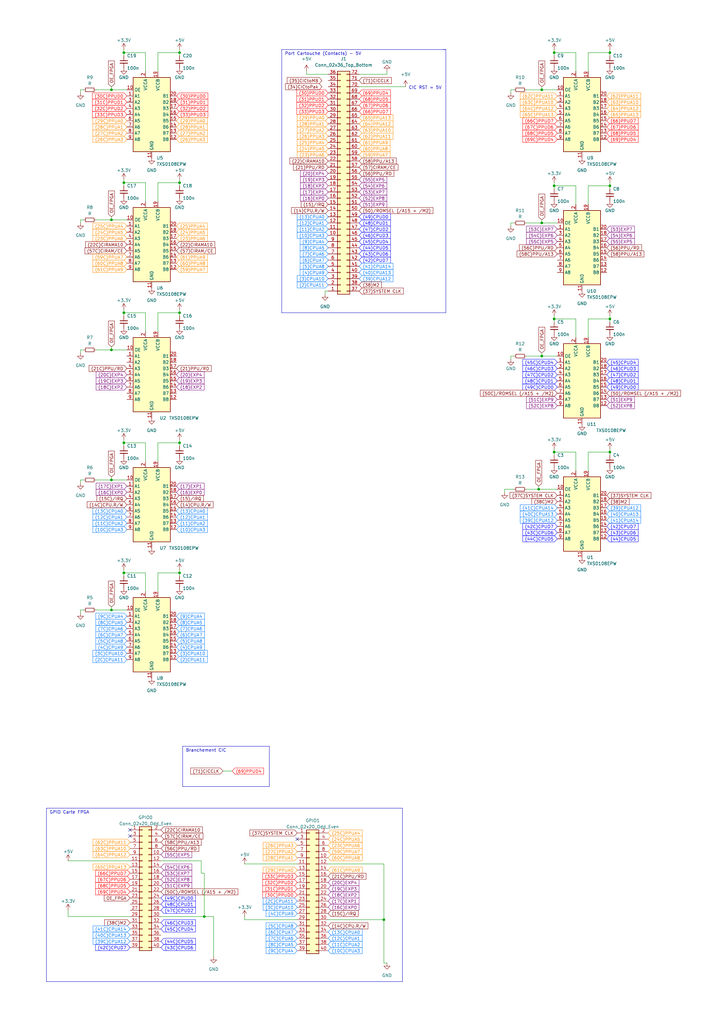
<source format=kicad_sch>
(kicad_sch (version 20230121) (generator eeschema)
  (paper "A3" portrait)
  (title_block (title "NES Cartridge") (date "2023-10-07") (rev "1.0") (company "ENSEA"))
  (junction (at 227.33 185.42))
  (junction (at 45.72 196.85))
  (junction (at 50.8 21.59))
  (junction (at 50.8 74.93))
  (junction (at 50.8 234.95))
  (junction (at 73.66 128.27))
  (junction (at 250.19 130.81))
  (junction (at 45.72 143.51))
  (junction (at 50.8 128.27))
  (junction (at 227.33 21.59))
  (junction (at 157.48 377.19))
  (junction (at 50.8 181.61))
  (junction (at 73.66 74.93))
  (junction (at 220.98 200.66))
  (junction (at 45.72 36.83))
  (junction (at 45.72 90.17))
  (junction (at 222.25 146.05))
  (junction (at 73.66 21.59))
  (junction (at 250.19 21.59))
  (junction (at 83.82 375.92))
  (junction (at 227.33 130.81))
  (junction (at 250.19 185.42))
  (junction (at 227.33 76.2))
  (junction (at 45.72 250.19))
  (junction (at 73.66 234.95))
  (junction (at 73.66 181.61))
  (junction (at 222.25 36.83))
  (junction (at 222.25 91.44))
  (junction (at 250.19 76.2))
  (no_connect (at 121.92 344.17))
  (no_connect (at 53.34 340.36))
  (no_connect (at 53.34 342.9))
  (wire (pts (xy 241.3 130.81) (xy 250.19 130.81)))
  (wire (pts (xy 157.48 377.19) (xy 134.62 377.19)))
  (wire (pts (xy 133.35 119.38) (xy 133.35 120.65)))
  (wire (pts (xy 39.37 143.51) (xy 45.72 143.51)))
  (wire (pts (xy 59.69 181.61) (xy 50.8 181.61)))
  (wire (pts (xy 222.25 146.05) (xy 228.6 146.05)))
  (wire (pts (xy 64.77 29.21) (xy 64.77 21.59)))
  (wire (pts (xy 50.8 21.59) (xy 50.8 22.86)))
  (polyline (pts (xy 19.05 331.47) (xy 19.05 402.59)))
  (wire (pts (xy 45.72 196.85) (xy 52.07 196.85)))
  (wire (pts (xy 215.9 36.83) (xy 222.25 36.83)))
  (wire (pts (xy 241.3 21.59) (xy 250.19 21.59)))
  (wire (pts (xy 64.77 189.23) (xy 64.77 181.61)))
  (wire (pts (xy 64.77 242.57) (xy 64.77 234.95)))
  (wire (pts (xy 227.33 21.59) (xy 227.33 22.86)))
  (polyline (pts (xy 165.1 402.59) (xy 165.1 331.47)))
  (wire (pts (xy 241.3 138.43) (xy 241.3 130.81)))
  (wire (pts (xy 45.72 250.19) (xy 52.07 250.19)))
  (wire (pts (xy 45.72 36.83) (xy 52.07 36.83)))
  (wire (pts (xy 134.62 30.48) (xy 125.73 30.48)))
  (wire (pts (xy 250.19 20.32) (xy 250.19 21.59)))
  (wire (pts (xy 73.66 127) (xy 73.66 128.27)))
  (wire (pts (xy 82.55 358.14) (xy 83.82 358.14)))
  (wire (pts (xy 236.22 193.04) (xy 236.22 185.42)))
  (wire (pts (xy 236.22 29.21) (xy 236.22 21.59)))
  (wire (pts (xy 50.8 180.34) (xy 50.8 181.61)))
  (wire (pts (xy 236.22 83.82) (xy 236.22 76.2)))
  (wire (pts (xy 125.73 30.48) (xy 125.73 29.21)))
  (wire (pts (xy 59.69 128.27) (xy 50.8 128.27)))
  (wire (pts (xy 50.8 74.93) (xy 50.8 76.2)))
  (wire (pts (xy 59.69 189.23) (xy 59.69 181.61)))
  (wire (pts (xy 59.69 74.93) (xy 50.8 74.93)))
  (wire (pts (xy 64.77 74.93) (xy 73.66 74.93)))
  (wire (pts (xy 241.3 193.04) (xy 241.3 185.42)))
  (wire (pts (xy 45.72 35.56) (xy 45.72 36.83)))
  (wire (pts (xy 34.29 196.85) (xy 33.02 196.85)))
  (wire (pts (xy 157.48 377.19) (xy 157.48 394.97)))
  (wire (pts (xy 100.33 377.19) (xy 121.92 377.19)))
  (wire (pts (xy 50.8 234.95) (xy 50.8 236.22)))
  (wire (pts (xy 64.77 21.59) (xy 73.66 21.59)))
  (wire (pts (xy 39.37 250.19) (xy 45.72 250.19)))
  (wire (pts (xy 222.25 90.17) (xy 222.25 91.44)))
  (polyline (pts (xy 74.93 322.58) (xy 74.93 306.07)))
  (wire (pts (xy 64.77 135.89) (xy 64.77 128.27)))
  (wire (pts (xy 250.19 21.59) (xy 250.19 22.86)))
  (wire (pts (xy 33.02 90.17) (xy 33.02 91.44)))
  (polyline (pts (xy 74.93 306.07) (xy 110.49 306.07)))
  (wire (pts (xy 209.55 36.83) (xy 209.55 38.1)))
  (wire (pts (xy 73.66 74.93) (xy 73.66 76.2)))
  (wire (pts (xy 210.82 36.83) (xy 209.55 36.83)))
  (wire (pts (xy 45.72 143.51) (xy 52.07 143.51)))
  (wire (pts (xy 207.01 200.66) (xy 207.01 201.93)))
  (wire (pts (xy 59.69 29.21) (xy 59.69 21.59)))
  (wire (pts (xy 73.66 73.66) (xy 73.66 74.93)))
  (wire (pts (xy 50.8 181.61) (xy 50.8 182.88)))
  (wire (pts (xy 227.33 130.81) (xy 227.33 132.08)))
  (wire (pts (xy 236.22 138.43) (xy 236.22 130.81)))
  (wire (pts (xy 100.33 354.33) (xy 121.92 354.33)))
  (wire (pts (xy 50.8 233.68) (xy 50.8 234.95)))
  (wire (pts (xy 73.66 181.61) (xy 73.66 182.88)))
  (wire (pts (xy 53.34 375.92) (xy 27.94 375.92)))
  (wire (pts (xy 241.3 76.2) (xy 250.19 76.2)))
  (polyline (pts (xy 110.49 322.58) (xy 74.93 322.58)))
  (wire (pts (xy 50.8 127) (xy 50.8 128.27)))
  (wire (pts (xy 227.33 76.2) (xy 227.33 77.47)))
  (wire (pts (xy 250.19 129.54) (xy 250.19 130.81)))
  (wire (pts (xy 59.69 234.95) (xy 50.8 234.95)))
  (wire (pts (xy 59.69 135.89) (xy 59.69 128.27)))
  (polyline (pts (xy 19.05 402.59) (xy 165.1 402.59)))
  (wire (pts (xy 83.82 375.92) (xy 87.63 375.92)))
  (wire (pts (xy 73.66 21.59) (xy 73.66 22.86)))
  (wire (pts (xy 215.9 146.05) (xy 222.25 146.05)))
  (wire (pts (xy 91.44 316.23) (xy 95.25 316.23)))
  (wire (pts (xy 33.02 36.83) (xy 33.02 38.1)))
  (wire (pts (xy 73.66 234.95) (xy 73.66 236.22)))
  (wire (pts (xy 73.66 233.68) (xy 73.66 234.95)))
  (polyline (pts (xy 182.88 128.27) (xy 115.57 128.27)))
  (wire (pts (xy 227.33 185.42) (xy 227.33 186.69)))
  (polyline (pts (xy 182.88 20.32) (xy 181.61 20.32)))
  (wire (pts (xy 64.77 128.27) (xy 73.66 128.27)))
  (wire (pts (xy 27.94 353.06) (xy 53.34 353.06)))
  (wire (pts (xy 250.19 130.81) (xy 250.19 132.08)))
  (wire (pts (xy 50.8 20.32) (xy 50.8 21.59)))
  (wire (pts (xy 39.37 90.17) (xy 45.72 90.17)))
  (wire (pts (xy 73.66 128.27) (xy 73.66 129.54)))
  (wire (pts (xy 39.37 196.85) (xy 45.72 196.85)))
  (wire (pts (xy 222.25 144.78) (xy 222.25 146.05)))
  (wire (pts (xy 215.9 91.44) (xy 222.25 91.44)))
  (wire (pts (xy 73.66 20.32) (xy 73.66 21.59)))
  (wire (pts (xy 33.02 196.85) (xy 33.02 198.12)))
  (wire (pts (xy 222.25 91.44) (xy 228.6 91.44)))
  (wire (pts (xy 87.63 375.92) (xy 87.63 392.43)))
  (wire (pts (xy 236.22 130.81) (xy 227.33 130.81)))
  (wire (pts (xy 45.72 142.24) (xy 45.72 143.51)))
  (wire (pts (xy 241.3 29.21) (xy 241.3 21.59)))
  (wire (pts (xy 209.55 147.32) (xy 209.55 146.05)))
  (wire (pts (xy 83.82 358.14) (xy 83.82 375.92)))
  (wire (pts (xy 59.69 82.55) (xy 59.69 74.93)))
  (wire (pts (xy 27.94 375.92) (xy 27.94 373.38)))
  (wire (pts (xy 241.3 83.82) (xy 241.3 76.2)))
  (polyline (pts (xy 115.57 20.32) (xy 182.88 20.32)))
  (wire (pts (xy 220.98 199.39) (xy 220.98 200.66)))
  (wire (pts (xy 227.33 74.93) (xy 227.33 76.2)))
  (wire (pts (xy 45.72 248.92) (xy 45.72 250.19)))
  (wire (pts (xy 236.22 76.2) (xy 227.33 76.2)))
  (wire (pts (xy 222.25 35.56) (xy 222.25 36.83)))
  (wire (pts (xy 157.48 354.33) (xy 157.48 377.19)))
  (wire (pts (xy 34.29 250.19) (xy 33.02 250.19)))
  (wire (pts (xy 34.29 90.17) (xy 33.02 90.17)))
  (wire (pts (xy 33.02 250.19) (xy 33.02 251.46)))
  (wire (pts (xy 241.3 185.42) (xy 250.19 185.42)))
  (wire (pts (xy 45.72 88.9) (xy 45.72 90.17)))
  (wire (pts (xy 59.69 21.59) (xy 50.8 21.59)))
  (wire (pts (xy 227.33 20.32) (xy 227.33 21.59)))
  (wire (pts (xy 222.25 36.83) (xy 228.6 36.83)))
  (wire (pts (xy 100.33 375.92) (xy 100.33 377.19)))
  (wire (pts (xy 147.32 35.56) (xy 166.37 35.56)))
  (wire (pts (xy 220.98 200.66) (xy 228.6 200.66)))
  (wire (pts (xy 45.72 195.58) (xy 45.72 196.85)))
  (wire (pts (xy 59.69 242.57) (xy 59.69 234.95)))
  (wire (pts (xy 250.19 184.15) (xy 250.19 185.42)))
  (wire (pts (xy 157.48 394.97) (xy 158.75 394.97)))
  (wire (pts (xy 64.77 181.61) (xy 73.66 181.61)))
  (polyline (pts (xy 74.93 306.07) (xy 74.93 306.07)))
  (wire (pts (xy 64.77 82.55) (xy 64.77 74.93)))
  (wire (pts (xy 33.02 143.51) (xy 33.02 144.78)))
  (wire (pts (xy 215.9 200.66) (xy 220.98 200.66)))
  (wire (pts (xy 210.82 91.44) (xy 209.55 91.44)))
  (wire (pts (xy 64.77 234.95) (xy 73.66 234.95)))
  (wire (pts (xy 236.22 21.59) (xy 227.33 21.59)))
  (wire (pts (xy 250.19 185.42) (xy 250.19 186.69)))
  (wire (pts (xy 147.32 30.48) (xy 158.75 30.48)))
  (wire (pts (xy 250.19 74.93) (xy 250.19 76.2)))
  (wire (pts (xy 39.37 36.83) (xy 45.72 36.83)))
  (wire (pts (xy 210.82 200.66) (xy 207.01 200.66)))
  (wire (pts (xy 250.19 76.2) (xy 250.19 77.47)))
  (wire (pts (xy 45.72 90.17) (xy 52.07 90.17)))
  (wire (pts (xy 50.8 128.27) (xy 50.8 129.54)))
  (wire (pts (xy 34.29 36.83) (xy 33.02 36.83)))
  (polyline (pts (xy 115.57 128.27) (xy 115.57 20.32)))
  (wire (pts (xy 50.8 73.66) (xy 50.8 74.93)))
  (wire (pts (xy 34.29 143.51) (xy 33.02 143.51)))
  (wire (pts (xy 236.22 185.42) (xy 227.33 185.42)))
  (wire (pts (xy 158.75 29.21) (xy 158.75 30.48)))
  (wire (pts (xy 134.62 119.38) (xy 133.35 119.38)))
  (wire (pts (xy 227.33 184.15) (xy 227.33 185.42)))
  (wire (pts (xy 73.66 180.34) (xy 73.66 181.61)))
  (polyline (pts (xy 19.05 331.47) (xy 165.1 331.47)))
  (wire (pts (xy 82.55 353.06) (xy 82.55 358.14)))
  (polyline (pts (xy 182.88 20.32) (xy 182.88 128.27)))
  (wire (pts (xy 82.55 353.06) (xy 66.04 353.06)))
  (wire (pts (xy 209.55 91.44) (xy 209.55 92.71)))
  (polyline (pts (xy 110.49 306.07) (xy 110.49 322.58)))
  (wire (pts (xy 209.55 146.05) (xy 210.82 146.05)))
  (wire (pts (xy 227.33 129.54) (xy 227.33 130.81)))
  (wire (pts (xy 83.82 375.92) (xy 66.04 375.92)))
  (wire (pts (xy 134.62 354.33) (xy 157.48 354.33)))
  (text "Port Cartouche (Contacts) - 5V" (at 116.84 22.86 0) (effects (font (size 1.27 1.27)) (justify left bottom)))
  (text "CIC RST = 5V\n" (at 167.64 36.83 0) (effects (font (size 1.27 1.27)) (justify left bottom)))
  (text "GPIO Carte FPGA\n" (at 20.32 334.01 0) (effects (font (size 1.27 1.27)) (justify left bottom)))
  (text "Branchement CIC\n" (at 76.2 308.61 0) (effects (font (size 1.27 1.27)) (justify left bottom)))
  (global_label "(28)PPUA1" (shape input) (at 72.39 52.07 0) (property "Intersheetrefs" "${INTERSHEET_REFS}" (effects hide)))
  (global_label "(23)PPUA6" (shape input) (at 134.62 63.5 180) (property "Intersheetrefs" "${INTERSHEET_REFS}" (effects hide)))
  (global_label "(57C)CIRAM{slash}CE" (shape input) (at 66.04 342.9 0) (property "Intersheetrefs" "${INTERSHEET_REFS}" (effects hide)))
  (global_label "(16C)EXP0" (shape input) (at 52.07 201.93 180) (property "Intersheetrefs" "${INTERSHEET_REFS}" (effects hide)))
  (global_label "(18)EXP2" (shape input) (at 134.62 76.2 180) (property "Intersheetrefs" "${INTERSHEET_REFS}" (effects hide)))
  (global_label "(49C)CPUD0" (shape input) (at 66.04 368.3 0) (property "Intersheetrefs" "${INTERSHEET_REFS}" (effects hide)))
  (global_label "(65)PPUA13" (shape input) (at 248.92 46.99 0) (property "Intersheetrefs" "${INTERSHEET_REFS}" (effects hide)))
  (global_label "(11C)CPUA2" (shape input) (at 52.07 214.63 180) (property "Intersheetrefs" "${INTERSHEET_REFS}" (effects hide)))
  (global_label "(40C)CPUA13" (shape input) (at 228.6 210.82 180) (property "Intersheetrefs" "${INTERSHEET_REFS}" (effects hide)))
  (global_label "(64C)PPUA12" (shape input) (at 53.34 350.52 180) (property "Intersheetrefs" "${INTERSHEET_REFS}" (effects hide)))
  (global_label "(15C){slash}IRQ" (shape input) (at 52.07 204.47 180) (property "Intersheetrefs" "${INTERSHEET_REFS}" (effects hide)))
  (global_label "(20C)EXP4" (shape input) (at 52.07 153.67 180) (property "Intersheetrefs" "${INTERSHEET_REFS}" (effects hide)))
  (global_label "(45)CPUD4" (shape input) (at 147.32 99.06 0) (property "Intersheetrefs" "${INTERSHEET_REFS}" (effects hide)))
  (global_label "(14)CPU.R{slash}W" (shape input) (at 72.39 207.01 0) (property "Intersheetrefs" "${INTERSHEET_REFS}" (effects hide)))
  (global_label "(60)PPUA8" (shape input) (at 147.32 60.96 0) (property "Intersheetrefs" "${INTERSHEET_REFS}" (effects hide)))
  (global_label "(29)PPUA0" (shape input) (at 134.62 48.26 180) (property "Intersheetrefs" "${INTERSHEET_REFS}" (effects hide)))
  (global_label "(58C)PPU{slash}A13" (shape input) (at 66.04 345.44 0) (property "Intersheetrefs" "${INTERSHEET_REFS}" (effects hide)))
  (global_label "(39)CPUA12" (shape input) (at 147.32 114.3 0) (property "Intersheetrefs" "${INTERSHEET_REFS}" (effects hide)))
  (global_label "(11)CPUA2" (shape input) (at 72.39 214.63 0) (property "Intersheetrefs" "${INTERSHEET_REFS}" (effects hide)))
  (global_label "(19C)EXP3" (shape input) (at 134.62 364.49 0) (property "Intersheetrefs" "${INTERSHEET_REFS}" (effects hide)))
  (global_label "(26)PPUA3" (shape input) (at 72.39 57.15 0) (property "Intersheetrefs" "${INTERSHEET_REFS}" (effects hide)))
  (global_label "(2)CPUA11" (shape input) (at 134.62 116.84 180) (property "Intersheetrefs" "${INTERSHEET_REFS}" (effects hide)))
  (global_label "(66)PPUD7" (shape input) (at 248.92 49.53 0) (property "Intersheetrefs" "${INTERSHEET_REFS}" (effects hide)))
  (global_label "(17)EXP1" (shape input) (at 134.62 78.74 180) (property "Intersheetrefs" "${INTERSHEET_REFS}" (effects hide)))
  (global_label "(25)PPUA4" (shape input) (at 134.62 58.42 180) (property "Intersheetrefs" "${INTERSHEET_REFS}" (effects hide)))
  (global_label "(37C)SYSTEM CLK" (shape input) (at 228.6 203.2 180) (property "Intersheetrefs" "${INTERSHEET_REFS}" (effects hide)))
  (global_label "(7)CPUA6" (shape input) (at 134.62 104.14 180) (property "Intersheetrefs" "${INTERSHEET_REFS}" (effects hide)))
  (global_label "(62)PPUA11" (shape input) (at 147.32 55.88 0) (property "Intersheetrefs" "${INTERSHEET_REFS}" (effects hide)))
  (global_label "(61)PPUA9" (shape input) (at 72.39 105.41 0) (property "Intersheetrefs" "${INTERSHEET_REFS}" (effects hide)))
  (global_label "(55)EXP5" (shape input) (at 147.32 73.66 0) (property "Intersheetrefs" "${INTERSHEET_REFS}" (effects hide)))
  (global_label "(61C)PPUA9" (shape input) (at 52.07 110.49 180) (property "Intersheetrefs" "${INTERSHEET_REFS}" (effects hide)))
  (global_label "(55C)EXP5" (shape input) (at 66.04 350.52 0) (property "Intersheetrefs" "${INTERSHEET_REFS}" (effects hide)))
  (global_label "(66C)PPUD7" (shape input) (at 53.34 358.14 180) (property "Intersheetrefs" "${INTERSHEET_REFS}" (effects hide)))
  (global_label "(46C)CPUD3" (shape input) (at 66.04 378.46 0) (property "Intersheetrefs" "${INTERSHEET_REFS}" (effects hide)))
  (global_label "OE_FPGA" (shape input) (at 45.72 142.24 90) (property "Intersheetrefs" "${INTERSHEET_REFS}" (effects hide)))
  (global_label "(38)M2" (shape input) (at 248.92 205.74 0) (property "Intersheetrefs" "${INTERSHEET_REFS}" (effects hide)))
  (global_label "(8C)CPUA5" (shape input) (at 52.07 255.27 180) (property "Intersheetrefs" "${INTERSHEET_REFS}" (effects hide)))
  (global_label "(48C)CPUD1" (shape input) (at 66.04 370.84 0) (property "Intersheetrefs" "${INTERSHEET_REFS}" (effects hide)))
  (global_label "(69)PPUD4" (shape input) (at 95.25 316.23 0) (property "Intersheetrefs" "${INTERSHEET_REFS}" (effects hide)))
  (global_label "(13C)CPUA0" (shape input) (at 134.62 382.27 0) (property "Intersheetrefs" "${INTERSHEET_REFS}" (effects hide)))
  (global_label "(29C)PPUA0" (shape input) (at 52.07 49.53 180) (property "Intersheetrefs" "${INTERSHEET_REFS}" (effects hide)))
  (global_label "(56C)PPU{slash}RD" (shape input) (at 228.6 101.6 180) (property "Intersheetrefs" "${INTERSHEET_REFS}" (effects hide)))
  (global_label "(40)CPUA13" (shape input) (at 147.32 111.76 0) (property "Intersheetrefs" "${INTERSHEET_REFS}" (effects hide)))
  (global_label "(46)CPUD3" (shape input) (at 147.32 96.52 0) (property "Intersheetrefs" "${INTERSHEET_REFS}" (effects hide)))
  (global_label "(4)CPUA9" (shape input) (at 134.62 111.76 180) (property "Intersheetrefs" "${INTERSHEET_REFS}" (effects hide)))
  (global_label "(26C)PPUA3" (shape input) (at 52.07 57.15 180) (property "Intersheetrefs" "${INTERSHEET_REFS}" (effects hide)))
  (global_label "(23C)PPUA6" (shape input) (at 52.07 97.79 180) (property "Intersheetrefs" "${INTERSHEET_REFS}" (effects hide)))
  (global_label "(22)CIRAMA10" (shape input) (at 72.39 100.33 0) (property "Intersheetrefs" "${INTERSHEET_REFS}" (effects hide)))
  (global_label "(67)PPUD6" (shape input) (at 248.92 52.07 0) (property "Intersheetrefs" "${INTERSHEET_REFS}" (effects hide)))
  (global_label "(58C)PPU{slash}A13" (shape input) (at 228.6 104.14 180) (property "Intersheetrefs" "${INTERSHEET_REFS}" (effects hide)))
  (global_label "OE_FPGA" (shape input) (at 45.72 88.9 90) (property "Intersheetrefs" "${INTERSHEET_REFS}" (effects hide)))
  (global_label "(20C)EXP4" (shape input) (at 134.62 361.95 0) (property "Intersheetrefs" "${INTERSHEET_REFS}" (effects hide)))
  (global_label "(50C){slash}ROMSEL ({slash}A15 + {slash}M2)" (shape input) (at 66.04 365.76 0) (property "Intersheetrefs" "${INTERSHEET_REFS}" (effects hide)))
  (global_label "(55C)EXP5" (shape input) (at 228.6 99.06 180) (property "Intersheetrefs" "${INTERSHEET_REFS}" (effects hide)))
  (global_label "(32C)PPUD2" (shape input) (at 52.07 44.45 180) (property "Intersheetrefs" "${INTERSHEET_REFS}" (effects hide)))
  (global_label "(53C)EXP7" (shape input) (at 66.04 358.14 0) (property "Intersheetrefs" "${INTERSHEET_REFS}" (effects hide)))
  (global_label "(58)PPU{slash}A13" (shape input) (at 147.32 66.04 0) (property "Intersheetrefs" "${INTERSHEET_REFS}" (effects hide)))
  (global_label "(34)CICtoPak" (shape input) (at 132.08 35.56 180) (property "Intersheetrefs" "${INTERSHEET_REFS}" (effects hide)))
  (global_label "(52)EXP8" (shape input) (at 248.92 166.37 0) (property "Intersheetrefs" "${INTERSHEET_REFS}" (effects hide)))
  (global_label "(63C)PPUA10" (shape input) (at 53.34 347.98 180) (property "Intersheetrefs" "${INTERSHEET_REFS}" (effects hide)))
  (global_label "(61C)PPUA9" (shape input) (at 134.62 356.87 0) (property "Intersheetrefs" "${INTERSHEET_REFS}" (effects hide)))
  (global_label "(26)PPUA3" (shape input) (at 134.62 55.88 180) (property "Intersheetrefs" "${INTERSHEET_REFS}" (effects hide)))
  (global_label "(69)PPUD4" (shape input) (at 147.32 38.1 0) (property "Intersheetrefs" "${INTERSHEET_REFS}" (effects hide)))
  (global_label "(27)PPUA2" (shape input) (at 134.62 53.34 180) (property "Intersheetrefs" "${INTERSHEET_REFS}" (effects hide)))
  (global_label "(6)CPUA7" (shape input) (at 72.39 260.35 0) (property "Intersheetrefs" "${INTERSHEET_REFS}" (effects hide)))
  (global_label "OE_FPGA" (shape input) (at 45.72 248.92 90) (property "Intersheetrefs" "${INTERSHEET_REFS}" (effects hide)))
  (global_label "(53C)EXP7" (shape input) (at 228.6 93.98 180) (property "Intersheetrefs" "${INTERSHEET_REFS}" (effects hide)))
  (global_label "(19)EXP3" (shape input) (at 72.39 156.21 0) (property "Intersheetrefs" "${INTERSHEET_REFS}" (effects hide)))
  (global_label "(28)PPUA1" (shape input) (at 134.62 50.8 180) (property "Intersheetrefs" "${INTERSHEET_REFS}" (effects hide)))
  (global_label "(62C)PPUA11" (shape input) (at 228.6 39.37 180) (property "Intersheetrefs" "${INTERSHEET_REFS}" (effects hide)))
  (global_label "(39C)CPUA12" (shape input) (at 53.34 386.08 180) (property "Intersheetrefs" "${INTERSHEET_REFS}" (effects hide)))
  (global_label "(62)PPUA11" (shape input) (at 248.92 39.37 0) (property "Intersheetrefs" "${INTERSHEET_REFS}" (effects hide)))
  (global_label "(11)CPUA2" (shape input) (at 134.62 93.98 180) (property "Intersheetrefs" "${INTERSHEET_REFS}" (effects hide)))
  (global_label "(28C)PPUA1" (shape input) (at 52.07 52.07 180) (property "Intersheetrefs" "${INTERSHEET_REFS}" (effects hide)))
  (global_label "(69C)PPUD4" (shape input) (at 53.34 365.76 180) (property "Intersheetrefs" "${INTERSHEET_REFS}" (effects hide)))
  (global_label "(43C)CPUD6" (shape input) (at 66.04 388.62 0) (property "Intersheetrefs" "${INTERSHEET_REFS}" (effects hide)))
  (global_label "(51C)EXP9" (shape input) (at 228.6 163.83 180) (property "Intersheetrefs" "${INTERSHEET_REFS}" (effects hide)))
  (global_label "(18)EXP2" (shape input) (at 72.39 158.75 0) (property "Intersheetrefs" "${INTERSHEET_REFS}" (effects hide)))
  (global_label "(48)CPUD1" (shape input) (at 147.32 91.44 0) (property "Intersheetrefs" "${INTERSHEET_REFS}" (effects hide)))
  (global_label "(30)PPUD0" (shape input) (at 134.62 38.1 180) (property "Intersheetrefs" "${INTERSHEET_REFS}" (effects hide)))
  (global_label "(18C)EXP2" (shape input) (at 52.07 158.75 180) (property "Intersheetrefs" "${INTERSHEET_REFS}" (effects hide)))
  (global_label "(59)PPUA7" (shape input) (at 147.32 63.5 0) (property "Intersheetrefs" "${INTERSHEET_REFS}" (effects hide)))
  (global_label "(10C)CPUA3" (shape input) (at 134.62 389.89 0) (property "Intersheetrefs" "${INTERSHEET_REFS}" (effects hide)))
  (global_label "(17C)EXP1" (shape input) (at 52.07 199.39 180) (property "Intersheetrefs" "${INTERSHEET_REFS}" (effects hide)))
  (global_label "(55)EXP5" (shape input) (at 248.92 99.06 0) (property "Intersheetrefs" "${INTERSHEET_REFS}" (effects hide)))
  (global_label "(13)CPUA0" (shape input) (at 134.62 88.9 180) (property "Intersheetrefs" "${INTERSHEET_REFS}" (effects hide)))
  (global_label "(44)CPUD5" (shape input) (at 248.92 220.98 0) (property "Intersheetrefs" "${INTERSHEET_REFS}" (effects hide)))
  (global_label "(67C)PPUD6" (shape input) (at 228.6 52.07 180) (property "Intersheetrefs" "${INTERSHEET_REFS}" (effects hide)))
  (global_label "OE_FPGA" (shape input) (at 53.34 368.3 180) (property "Intersheetrefs" "${INTERSHEET_REFS}" (effects hide)))
  (global_label "(45)CPUD4" (shape input) (at 248.92 148.59 0) (property "Intersheetrefs" "${INTERSHEET_REFS}" (effects hide)))
  (global_label "(33)PPUD3" (shape input) (at 134.62 45.72 180) (property "Intersheetrefs" "${INTERSHEET_REFS}" (effects hide)))
  (global_label "(32)PPUD2" (shape input) (at 72.39 44.45 0) (property "Intersheetrefs" "${INTERSHEET_REFS}" (effects hide)))
  (global_label "(4C)CPUA9" (shape input) (at 52.07 265.43 180) (property "Intersheetrefs" "${INTERSHEET_REFS}" (effects hide)))
  (global_label "(45C)CPUD4" (shape input) (at 66.04 381 0) (property "Intersheetrefs" "${INTERSHEET_REFS}" (effects hide)))
  (global_label "(24C)PPUA5" (shape input) (at 134.62 344.17 0) (property "Intersheetrefs" "${INTERSHEET_REFS}" (effects hide)))
  (global_label "(66)PPUD7" (shape input) (at 147.32 45.72 0) (property "Intersheetrefs" "${INTERSHEET_REFS}" (effects hide)))
  (global_label "(39C)CPUA12" (shape input) (at 228.6 213.36 180) (property "Intersheetrefs" "${INTERSHEET_REFS}" (effects hide)))
  (global_label "(30C)PPUD0" (shape input) (at 121.92 367.03 180) (property "Intersheetrefs" "${INTERSHEET_REFS}" (effects hide)))
  (global_label "(30C)PPUD0" (shape input) (at 52.07 39.37 180) (property "Intersheetrefs" "${INTERSHEET_REFS}" (effects hide)))
  (global_label "(25)PPUA4" (shape input) (at 72.39 92.71 0) (property "Intersheetrefs" "${INTERSHEET_REFS}" (effects hide)))
  (global_label "(16C)EXP0" (shape input) (at 134.62 372.11 0) (property "Intersheetrefs" "${INTERSHEET_REFS}" (effects hide)))
  (global_label "(68C)PPUD5" (shape input) (at 53.34 363.22 180) (property "Intersheetrefs" "${INTERSHEET_REFS}" (effects hide)))
  (global_label "(63C)PPUA10" (shape input) (at 228.6 41.91 180) (property "Intersheetrefs" "${INTERSHEET_REFS}" (effects hide)))
  (global_label "(47)CPUD2" (shape input) (at 147.32 93.98 0) (property "Intersheetrefs" "${INTERSHEET_REFS}" (effects hide)))
  (global_label "(25C)PPUA4" (shape input) (at 52.07 92.71 180) (property "Intersheetrefs" "${INTERSHEET_REFS}" (effects hide)))
  (global_label "(50){slash}ROMSEL ({slash}A15 + {slash}M2)" (shape input) (at 147.32 86.36 0) (property "Intersheetrefs" "${INTERSHEET_REFS}" (effects hide)))
  (global_label "(45C)CPUD4" (shape input) (at 228.6 148.59 180) (property "Intersheetrefs" "${INTERSHEET_REFS}" (effects hide)))
  (global_label "(37)SYSTEM CLK" (shape input) (at 147.32 119.38 0) (property "Intersheetrefs" "${INTERSHEET_REFS}" (effects hide)))
  (global_label "(54C)EXP6" (shape input) (at 228.6 96.52 180) (property "Intersheetrefs" "${INTERSHEET_REFS}" (effects hide)))
  (global_label "(9C)CPUA4" (shape input) (at 121.92 389.89 180) (property "Intersheetrefs" "${INTERSHEET_REFS}" (effects hide)))
  (global_label "(69)PPUD4" (shape input) (at 248.92 57.15 0) (property "Intersheetrefs" "${INTERSHEET_REFS}" (effects hide)))
  (global_label "(49C)CPUD0" (shape input) (at 228.6 158.75 180) (property "Intersheetrefs" "${INTERSHEET_REFS}" (effects hide)))
  (global_label "OE_FPGA" (shape input) (at 222.25 90.17 90) (property "Intersheetrefs" "${INTERSHEET_REFS}" (effects hide)))
  (global_label "(6C)CPUA7" (shape input) (at 52.07 260.35 180) (property "Intersheetrefs" "${INTERSHEET_REFS}" (effects hide)))
  (global_label "(15){slash}IRQ" (shape input) (at 134.62 83.82 180) (property "Intersheetrefs" "${INTERSHEET_REFS}" (effects hide)))
  (global_label "(56)PPU{slash}RD" (shape input) (at 147.32 71.12 0) (property "Intersheetrefs" "${INTERSHEET_REFS}" (effects hide)))
  (global_label "(42)CPUD7" (shape input) (at 147.32 106.68 0) (property "Intersheetrefs" "${INTERSHEET_REFS}" (effects hide)))
  (global_label "OE_FPGA" (shape input) (at 220.98 199.39 90) (property "Intersheetrefs" "${INTERSHEET_REFS}" (effects hide)))
  (global_label "(67)PPUD6" (shape input) (at 147.32 43.18 0) (property "Intersheetrefs" "${INTERSHEET_REFS}" (effects hide)))
  (global_label "(60C)PPUA8" (shape input) (at 52.07 107.95 180) (property "Intersheetrefs" "${INTERSHEET_REFS}" (effects hide)))
  (global_label "(18C)EXP2" (shape input) (at 134.62 367.03 0) (property "Intersheetrefs" "${INTERSHEET_REFS}" (effects hide)))
  (global_label "(51)EXP9" (shape input) (at 147.32 83.82 0) (property "Intersheetrefs" "${INTERSHEET_REFS}" (effects hide)))
  (global_label "(59C)PPUA7" (shape input) (at 134.62 349.25 0) (property "Intersheetrefs" "${INTERSHEET_REFS}" (effects hide)))
  (global_label "(8)CPUA5" (shape input) (at 72.39 255.27 0) (property "Intersheetrefs" "${INTERSHEET_REFS}" (effects hide)))
  (global_label "(22)CIRAMA10" (shape input) (at 134.62 66.04 180) (property "Intersheetrefs" "${INTERSHEET_REFS}" (effects hide)))
  (global_label "(29C)PPUA0" (shape input) (at 121.92 356.87 180) (property "Intersheetrefs" "${INTERSHEET_REFS}" (effects hide)))
  (global_label "(11C)CPUA2" (shape input) (at 134.62 387.35 0) (property "Intersheetrefs" "${INTERSHEET_REFS}" (effects hide)))
  (global_label "(43)CPUD6" (shape input) (at 147.32 104.14 0) (property "Intersheetrefs" "${INTERSHEET_REFS}" (effects hide)))
  (global_label "(15){slash}IRQ" (shape input) (at 72.39 204.47 0) (property "Intersheetrefs" "${INTERSHEET_REFS}" (effects hide)))
  (global_label "(2C)CPUA11" (shape input) (at 52.07 270.51 180) (property "Intersheetrefs" "${INTERSHEET_REFS}" (effects hide)))
  (global_label "(64C)PPUA12" (shape input) (at 228.6 44.45 180) (property "Intersheetrefs" "${INTERSHEET_REFS}" (effects hide)))
  (global_label "(52C)EXP8" (shape input) (at 66.04 360.68 0) (property "Intersheetrefs" "${INTERSHEET_REFS}" (effects hide)))
  (global_label "(63)PPUA10" (shape input) (at 147.32 53.34 0) (property "Intersheetrefs" "${INTERSHEET_REFS}" (effects hide)))
  (global_label "(19C)EXP3" (shape input) (at 52.07 156.21 180) (property "Intersheetrefs" "${INTERSHEET_REFS}" (effects hide)))
  (global_label "(64)PPUA12" (shape input) (at 147.32 50.8 0) (property "Intersheetrefs" "${INTERSHEET_REFS}" (effects hide)))
  (global_label "(17C)EXP1" (shape input) (at 134.62 369.57 0) (property "Intersheetrefs" "${INTERSHEET_REFS}" (effects hide)))
  (global_label "(68)PPUD5" (shape input) (at 147.32 40.64 0) (property "Intersheetrefs" "${INTERSHEET_REFS}" (effects hide)))
  (global_label "(20)EXP4" (shape input) (at 72.39 153.67 0) (property "Intersheetrefs" "${INTERSHEET_REFS}" (effects hide)))
  (global_label "(68)PPUD5" (shape input) (at 248.92 54.61 0) (property "Intersheetrefs" "${INTERSHEET_REFS}" (effects hide)))
  (global_label "(54)EXP6" (shape input) (at 147.32 76.2 0) (property "Intersheetrefs" "${INTERSHEET_REFS}" (effects hide)))
  (global_label "(24)PPUA5" (shape input) (at 134.62 60.96 180) (property "Intersheetrefs" "${INTERSHEET_REFS}" (effects hide)))
  (global_label "(2)CPUA11" (shape input) (at 72.39 270.51 0) (property "Intersheetrefs" "${INTERSHEET_REFS}" (effects hide)))
  (global_label "(27C)PPUA2" (shape input) (at 52.07 54.61 180) (property "Intersheetrefs" "${INTERSHEET_REFS}" (effects hide)))
  (global_label "(5)CPUA8" (shape input) (at 72.39 262.89 0) (property "Intersheetrefs" "${INTERSHEET_REFS}" (effects hide)))
  (global_label "OE_FPGA" (shape input) (at 222.25 35.56 90) (property "Intersheetrefs" "${INTERSHEET_REFS}" (effects hide)))
  (global_label "(42C)CPUD7" (shape input) (at 53.34 388.62 180) (property "Intersheetrefs" "${INTERSHEET_REFS}" (effects hide)))
  (global_label "(9C)CPUA4" (shape input) (at 52.07 252.73 180) (property "Intersheetrefs" "${INTERSHEET_REFS}" (effects hide)))
  (global_label "(29)PPUA0" (shape input) (at 72.39 49.53 0) (property "Intersheetrefs" "${INTERSHEET_REFS}" (effects hide)))
  (global_label "OE_FPGA" (shape input) (at 45.72 195.58 90) (property "Intersheetrefs" "${INTERSHEET_REFS}" (effects hide)))
  (global_label "(23)PPUA6" (shape input) (at 72.39 97.79 0) (property "Intersheetrefs" "${INTERSHEET_REFS}" (effects hide)))
  (global_label "(3C)CPUA10" (shape input) (at 52.07 267.97 180) (property "Intersheetrefs" "${INTERSHEET_REFS}" (effects hide)))
  (global_label "(33C)PPUD3" (shape input) (at 121.92 359.41 180) (property "Intersheetrefs" "${INTERSHEET_REFS}" (effects hide)))
  (global_label "(44)CPUD5" (shape input) (at 147.32 101.6 0) (property "Intersheetrefs" "${INTERSHEET_REFS}" (effects hide)))
  (global_label "(27C)PPUA2" (shape input) (at 121.92 349.25 180) (property "Intersheetrefs" "${INTERSHEET_REFS}" (effects hide)))
  (global_label "(43C)CPUD6" (shape input) (at 228.6 218.44 180) (property "Intersheetrefs" "${INTERSHEET_REFS}" (effects hide)))
  (global_label "(57)CIRAM{slash}CE" (shape input) (at 147.32 68.58 0) (property "Intersheetrefs" "${INTERSHEET_REFS}" (effects hide)))
  (global_label "(71)CICCLK" (shape input) (at 147.32 33.02 0) (property "Intersheetrefs" "${INTERSHEET_REFS}" (effects hide)))
  (global_label "(47)CPUD2" (shape input) (at 248.92 153.67 0) (property "Intersheetrefs" "${INTERSHEET_REFS}" (effects hide)))
  (global_label "(60C)PPUA8" (shape input) (at 134.62 351.79 0) (property "Intersheetrefs" "${INTERSHEET_REFS}" (effects hide)))
  (global_label "(8C)CPUA5" (shape input) (at 121.92 387.35 180) (property "Intersheetrefs" "${INTERSHEET_REFS}" (effects hide)))
  (global_label "(57)CIRAM{slash}CE" (shape input) (at 72.39 102.87 0) (property "Intersheetrefs" "${INTERSHEET_REFS}" (effects hide)))
  (global_label "(6)CPUA7" (shape input) (at 134.62 106.68 180) (property "Intersheetrefs" "${INTERSHEET_REFS}" (effects hide)))
  (global_label "(14C)CPU.R{slash}W" (shape input) (at 134.62 379.73 0) (property "Intersheetrefs" "${INTERSHEET_REFS}" (effects hide)))
  (global_label "(59)PPUA7" (shape input) (at 72.39 110.49 0) (property "Intersheetrefs" "${INTERSHEET_REFS}" (effects hide)))
  (global_label "(2C)CPUA11" (shape input) (at 121.92 369.57 180) (property "Intersheetrefs" "${INTERSHEET_REFS}" (effects hide)))
  (global_label "(7C)CPUA6" (shape input) (at 121.92 384.81 180) (property "Intersheetrefs" "${INTERSHEET_REFS}" (effects hide)))
  (global_label "(3)CPUA10" (shape input) (at 72.39 267.97 0) (property "Intersheetrefs" "${INTERSHEET_REFS}" (effects hide)))
  (global_label "(64)PPUA12" (shape input) (at 248.92 44.45 0) (property "Intersheetrefs" "${INTERSHEET_REFS}" (effects hide)))
  (global_label "(31C)PPUD1" (shape input) (at 52.07 41.91 180) (property "Intersheetrefs" "${INTERSHEET_REFS}" (effects hide)))
  (global_label "(16)EXP0" (shape input) (at 72.39 201.93 0) (property "Intersheetrefs" "${INTERSHEET_REFS}" (effects hide)))
  (global_label "(54)EXP6" (shape input) (at 248.92 96.52 0) (property "Intersheetrefs" "${INTERSHEET_REFS}" (effects hide)))
  (global_label "OE_FPGA" (shape input) (at 222.25 144.78 90) (property "Intersheetrefs" "${INTERSHEET_REFS}" (effects hide)))
  (global_label "(9)CPUA4" (shape input) (at 72.39 252.73 0) (property "Intersheetrefs" "${INTERSHEET_REFS}" (effects hide)))
  (global_label "(32)PPUD2" (shape input) (at 134.62 43.18 180) (property "Intersheetrefs" "${INTERSHEET_REFS}" (effects hide)))
  (global_label "(40C)CPUA13" (shape input) (at 53.34 383.54 180) (property "Intersheetrefs" "${INTERSHEET_REFS}" (effects hide)))
  (global_label "(3C)CPUA10" (shape input) (at 121.92 372.11 180) (property "Intersheetrefs" "${INTERSHEET_REFS}" (effects hide)))
  (global_label "(37)SYSTEM CLK" (shape input) (at 248.92 203.2 0) (property "Intersheetrefs" "${INTERSHEET_REFS}" (effects hide)))
  (global_label "(12C)CPUA1" (shape input) (at 134.62 384.81 0) (property "Intersheetrefs" "${INTERSHEET_REFS}" (effects hide)))
  (global_label "(38C)M2" (shape input) (at 53.34 378.46 180) (property "Intersheetrefs" "${INTERSHEET_REFS}" (effects hide)))
  (global_label "(33C)PPUD3" (shape input) (at 52.07 46.99 180) (property "Intersheetrefs" "${INTERSHEET_REFS}" (effects hide)))
  (global_label "(10)CPUA3" (shape input) (at 72.39 217.17 0) (property "Intersheetrefs" "${INTERSHEET_REFS}" (effects hide)))
  (global_label "(51)EXP9" (shape input) (at 248.92 163.83 0) (property "Intersheetrefs" "${INTERSHEET_REFS}" (effects hide)))
  (global_label "(52)EXP8" (shape input) (at 147.32 81.28 0) (property "Intersheetrefs" "${INTERSHEET_REFS}" (effects hide)))
  (global_label "(57C)CIRAM{slash}CE" (shape input) (at 52.07 102.87 180) (property "Intersheetrefs" "${INTERSHEET_REFS}" (effects hide)))
  (global_label "(38C)M2" (shape input) (at 228.6 205.74 180) (property "Intersheetrefs" "${INTERSHEET_REFS}" (effects hide)))
  (global_label "(35)CICtoMB" (shape input) (at 132.08 33.02 180) (property "Intersheetrefs" "${INTERSHEET_REFS}" (effects hide)))
  (global_label "(43)CPUD6" (shape input) (at 248.92 218.44 0) (property "Intersheetrefs" "${INTERSHEET_REFS}" (effects hide)))
  (global_label "(40)CPUA13" (shape input) (at 248.92 210.82 0) (property "Intersheetrefs" "${INTERSHEET_REFS}" (effects hide)))
  (global_label "(21)PPU{slash}RD" (shape input) (at 72.39 151.13 0) (property "Intersheetrefs" "${INTERSHEET_REFS}" (effects hide)))
  (global_label "(69C)PPUD4" (shape input) (at 228.6 57.15 180) (property "Intersheetrefs" "${INTERSHEET_REFS}" (effects hide)))
  (global_label "(63)PPUA10" (shape input) (at 248.92 41.91 0) (property "Intersheetrefs" "${INTERSHEET_REFS}" (effects hide)))
  (global_label "(31C)PPUD1" (shape input) (at 121.92 364.49 180) (property "Intersheetrefs" "${INTERSHEET_REFS}" (effects hide)))
  (global_label "(5C)CPUA8" (shape input) (at 121.92 379.73 180) (property "Intersheetrefs" "${INTERSHEET_REFS}" (effects hide)))
  (global_label "(44C)CPUD5" (shape input) (at 66.04 386.08 0) (property "Intersheetrefs" "${INTERSHEET_REFS}" (effects hide)))
  (global_label "(12C)CPUA1" (shape input) (at 52.07 212.09 180) (property "Intersheetrefs" "${INTERSHEET_REFS}" (effects hide)))
  (global_label "(26C)PPUA3" (shape input) (at 121.92 346.71 180) (property "Intersheetrefs" "${INTERSHEET_REFS}" (effects hide)))
  (global_label "(4)CPUA9" (shape input) (at 72.39 265.43 0) (property "Intersheetrefs" "${INTERSHEET_REFS}" (effects hide)))
  (global_label "(22C)CIRAMA10" (shape input) (at 66.04 340.36 0) (property "Intersheetrefs" "${INTERSHEET_REFS}" (effects hide)))
  (global_label "(58)PPU{slash}A13" (shape input) (at 248.92 104.14 0) (property "Intersheetrefs" "${INTERSHEET_REFS}" (effects hide)))
  (global_label "(53)EXP7" (shape input) (at 248.92 93.98 0) (property "Intersheetrefs" "${INTERSHEET_REFS}" (effects hide)))
  (global_label "(21C)PPU{slash}RD" (shape input) (at 52.07 151.13 180) (property "Intersheetrefs" "${INTERSHEET_REFS}" (effects hide)))
  (global_label "(5)CPUA8" (shape input) (at 134.62 109.22 180) (property "Intersheetrefs" "${INTERSHEET_REFS}" (effects hide)))
  (global_label "(6C)CPUA7" (shape input) (at 121.92 382.27 180) (property "Intersheetrefs" "${INTERSHEET_REFS}" (effects hide)))
  (global_label "(56)PPU{slash}RD" (shape input) (at 248.92 101.6 0) (property "Intersheetrefs" "${INTERSHEET_REFS}" (effects hide)))
  (global_label "(17)EXP1" (shape input) (at 72.39 199.39 0) (property "Intersheetrefs" "${INTERSHEET_REFS}" (effects hide)))
  (global_label "(46C)CPUD3" (shape input) (at 228.6 151.13 180) (property "Intersheetrefs" "${INTERSHEET_REFS}" (effects hide)))
  (global_label "(39)CPUA12" (shape input) (at 248.92 208.28 0) (property "Intersheetrefs" "${INTERSHEET_REFS}" (effects hide)))
  (global_label "(21)PPU{slash}RD" (shape input) (at 134.62 68.58 180) (property "Intersheetrefs" "${INTERSHEET_REFS}" (effects hide)))
  (global_label "(65)PPUA13" (shape input) (at 147.32 48.26 0) (property "Intersheetrefs" "${INTERSHEET_REFS}" (effects hide)))
  (global_label "(47C)CPUD2" (shape input) (at 228.6 153.67 180) (property "Intersheetrefs" "${INTERSHEET_REFS}" (effects hide)))
  (global_label "(41)CPUA14" (shape input) (at 248.92 213.36 0) (property "Intersheetrefs" "${INTERSHEET_REFS}" (effects hide)))
  (global_label "(61)PPUA9" (shape input) (at 147.32 58.42 0) (property "Intersheetrefs" "${INTERSHEET_REFS}" (effects hide)))
  (global_label "(7)CPUA6" (shape input) (at 72.39 257.81 0) (property "Intersheetrefs" "${INTERSHEET_REFS}" (effects hide)))
  (global_label "(8)CPUA5" (shape input) (at 134.62 101.6 180) (property "Intersheetrefs" "${INTERSHEET_REFS}" (effects hide)))
  (global_label "(41)CPUA14" (shape input) (at 147.32 109.22 0) (property "Intersheetrefs" "${INTERSHEET_REFS}" (effects hide)))
  (global_label "(13)CPUA0" (shape input) (at 72.39 209.55 0) (property "Intersheetrefs" "${INTERSHEET_REFS}" (effects hide)))
  (global_label "(48C)CPUD1" (shape input) (at 228.6 156.21 180) (property "Intersheetrefs" "${INTERSHEET_REFS}" (effects hide)))
  (global_label "(47C)CPUD2" (shape input) (at 66.04 373.38 0) (property "Intersheetrefs" "${INTERSHEET_REFS}" (effects hide)))
  (global_label "(60)PPUA8" (shape input) (at 72.39 107.95 0) (property "Intersheetrefs" "${INTERSHEET_REFS}" (effects hide)))
  (global_label "(12)CPUA1" (shape input) (at 72.39 212.09 0) (property "Intersheetrefs" "${INTERSHEET_REFS}" (effects hide)))
  (global_label "(24C)PPUA5" (shape input) (at 52.07 95.25 180) (property "Intersheetrefs" "${INTERSHEET_REFS}" (effects hide)))
  (global_label "(51C)EXP9" (shape input) (at 66.04 363.22 0) (property "Intersheetrefs" "${INTERSHEET_REFS}" (effects hide)))
  (global_label "(49)CPUD0" (shape input) (at 147.32 88.9 0) (property "Intersheetrefs" "${INTERSHEET_REFS}" (effects hide)))
  (global_label "(37C)SYSTEM CLK" (shape input) (at 121.92 341.63 180) (property "Intersheetrefs" "${INTERSHEET_REFS}" (effects hide)))
  (global_label "(41C)CPUA14" (shape input) (at 53.34 381 180) (property "Intersheetrefs" "${INTERSHEET_REFS}" (effects hide)))
  (global_label "(12)CPUA1" (shape input) (at 134.62 91.44 180) (property "Intersheetrefs" "${INTERSHEET_REFS}" (effects hide)))
  (global_label "(67C)PPUD6" (shape input) (at 53.34 360.68 180) (property "Intersheetrefs" "${INTERSHEET_REFS}" (effects hide)))
  (global_label "(31)PPUD1" (shape input) (at 134.62 40.64 180) (property "Intersheetrefs" "${INTERSHEET_REFS}" (effects hide)))
  (global_label "(68C)PPUD5" (shape input) (at 228.6 54.61 180) (property "Intersheetrefs" "${INTERSHEET_REFS}" (effects hide)))
  (global_label "(15C){slash}IRQ" (shape input) (at 134.62 374.65 0) (property "Intersheetrefs" "${INTERSHEET_REFS}" (effects hide)))
  (global_label "(50){slash}ROMSEL ({slash}A15 + {slash}M2)" (shape input) (at 248.92 161.29 0) (property "Intersheetrefs" "${INTERSHEET_REFS}" (effects hide)))
  (global_label "(30)PPUD0" (shape input) (at 72.39 39.37 0) (property "Intersheetrefs" "${INTERSHEET_REFS}" (effects hide)))
  (global_label "(65C)PPUA13" (shape input) (at 228.6 46.99 180) (property "Intersheetrefs" "${INTERSHEET_REFS}" (effects hide)))
  (global_label "(16)EXP0" (shape input) (at 134.62 81.28 180) (property "Intersheetrefs" "${INTERSHEET_REFS}" (effects hide)))
  (global_label "(9)CPUA4" (shape input) (at 134.62 99.06 180) (property "Intersheetrefs" "${INTERSHEET_REFS}" (effects hide)))
  (global_label "(4C)CPUA9" (shape input) (at 121.92 374.65 180) (property "Intersheetrefs" "${INTERSHEET_REFS}" (effects hide)))
  (global_label "(24)PPUA5" (shape input) (at 72.39 95.25 0) (property "Intersheetrefs" "${INTERSHEET_REFS}" (effects hide)))
  (global_label "(3)CPUA10" (shape input) (at 134.62 114.3 180) (property "Intersheetrefs" "${INTERSHEET_REFS}" (effects hide)))
  (global_label "(20)EXP4" (shape input) (at 134.62 71.12 180) (property "Intersheetrefs" "${INTERSHEET_REFS}" (effects hide)))
  (global_label "(53)EXP7" (shape input) (at 147.32 78.74 0) (property "Intersheetrefs" "${INTERSHEET_REFS}" (effects hide)))
  (global_label "(62C)PPUA11" (shape input) (at 53.34 345.44 180) (property "Intersheetrefs" "${INTERSHEET_REFS}" (effects hide)))
  (global_label "(50C){slash}ROMSEL ({slash}A15 + {slash}M2)" (shape input) (at 228.6 161.29 180) (property "Intersheetrefs" "${INTERSHEET_REFS}" (effects hide)))
  (global_label "(59C)PPUA7" (shape input) (at 52.07 105.41 180) (property "Intersheetrefs" "${INTERSHEET_REFS}" (effects hide)))
  (global_label "(54C)EXP6" (shape input) (at 66.04 355.6 0) (property "Intersheetrefs" "${INTERSHEET_REFS}" (effects hide)))
  (global_label "(19)EXP3" (shape input) (at 134.62 73.66 180) (property "Intersheetrefs" "${INTERSHEET_REFS}" (effects hide)))
  (global_label "(33)PPUD3" (shape input) (at 72.39 46.99 0) (property "Intersheetrefs" "${INTERSHEET_REFS}" (effects hide)))
  (global_label "(65C)PPUA13" (shape input) (at 53.34 355.6 180) (property "Intersheetrefs" "${INTERSHEET_REFS}" (effects hide)))
  (global_label "(44C)CPUD5" (shape input) (at 228.6 220.98 180) (property "Intersheetrefs" "${INTERSHEET_REFS}" (effects hide)))
  (global_label "(41C)CPUA14" (shape input) (at 228.6 208.28 180) (property "Intersheetrefs" "${INTERSHEET_REFS}" (effects hide)))
  (global_label "(7C)CPUA6" (shape input) (at 52.07 257.81 180) (property "Intersheetrefs" "${INTERSHEET_REFS}" (effects hide)))
  (global_label "(46)CPUD3" (shape input) (at 248.92 151.13 0) (property "Intersheetrefs" "${INTERSHEET_REFS}" (effects hide)))
  (global_label "(5C)CPUA8" (shape input) (at 52.07 262.89 180) (property "Intersheetrefs" "${INTERSHEET_REFS}" (effects hide)))
  (global_label "(14C)CPU.R{slash}W" (shape input) (at 52.07 207.01 180) (property "Intersheetrefs" "${INTERSHEET_REFS}" (effects hide)))
  (global_label "OE_FPGA" (shape input) (at 45.72 35.56 90) (property "Intersheetrefs" "${INTERSHEET_REFS}" (effects hide)))
  (global_label "(14)CPU.R{slash}W" (shape input) (at 134.62 86.36 180) (property "Intersheetrefs" "${INTERSHEET_REFS}" (effects hide)))
  (global_label "(32C)PPUD2" (shape input) (at 121.92 361.95 180) (property "Intersheetrefs" "${INTERSHEET_REFS}" (effects hide)))
  (global_label "(13C)CPUA0" (shape input) (at 52.07 209.55 180) (property "Intersheetrefs" "${INTERSHEET_REFS}" (effects hide)))
  (global_label "(49)CPUD0" (shape input) (at 248.92 158.75 0) (property "Intersheetrefs" "${INTERSHEET_REFS}" (effects hide)))
  (global_label "(52C)EXP8" (shape input) (at 228.6 166.37 180) (property "Intersheetrefs" "${INTERSHEET_REFS}" (effects hide)))
  (global_label "(38)M2" (shape input) (at 147.32 116.84 0) (property "Intersheetrefs" "${INTERSHEET_REFS}" (effects hide)))
  (global_label "(42)CPUD7" (shape input) (at 248.92 215.9 0) (property "Intersheetrefs" "${INTERSHEET_REFS}" (effects hide)))
  (global_label "(71)CICCLK" (shape input) (at 91.44 316.23 180) (property "Intersheetrefs" "${INTERSHEET_REFS}" (effects hide)))
  (global_label "(27)PPUA2" (shape input) (at 72.39 54.61 0) (property "Intersheetrefs" "${INTERSHEET_REFS}" (effects hide)))
  (global_label "(22C)CIRAMA10" (shape input) (at 52.07 100.33 180) (property "Intersheetrefs" "${INTERSHEET_REFS}" (effects hide)))
  (global_label "(48)CPUD1" (shape input) (at 248.92 156.21 0) (property "Intersheetrefs" "${INTERSHEET_REFS}" (effects hide)))
  (global_label "(56C)PPU{slash}RD" (shape input) (at 66.04 347.98 0) (property "Intersheetrefs" "${INTERSHEET_REFS}" (effects hide)))
  (global_label "(42C)CPUD7" (shape input) (at 228.6 215.9 180) (property "Intersheetrefs" "${INTERSHEET_REFS}" (effects hide)))
  (global_label "(25C)PPUA4" (shape input) (at 134.62 341.63 0) (property "Intersheetrefs" "${INTERSHEET_REFS}" (effects hide)))
  (global_label "(31)PPUD1" (shape input) (at 72.39 41.91 0) (property "Intersheetrefs" "${INTERSHEET_REFS}" (effects hide)))
  (global_label "(28C)PPUA1" (shape input) (at 121.92 351.79 180) (property "Intersheetrefs" "${INTERSHEET_REFS}" (effects hide)))
  (global_label "(10C)CPUA3" (shape input) (at 52.07 217.17 180) (property "Intersheetrefs" "${INTERSHEET_REFS}" (effects hide)))
  (global_label "(66C)PPUD7" (shape input) (at 228.6 49.53 180) (property "Intersheetrefs" "${INTERSHEET_REFS}" (effects hide)))
  (global_label "(21C)PPU{slash}RD" (shape input) (at 134.62 359.41 0) (property "Intersheetrefs" "${INTERSHEET_REFS}" (effects hide)))
  (global_label "(10)CPUA3" (shape input) (at 134.62 96.52 180) (property "Intersheetrefs" "${INTERSHEET_REFS}" (effects hide)))
  (global_label "(23C)PPUA6" (shape input) (at 134.62 346.71 0) (property "Intersheetrefs" "${INTERSHEET_REFS}" (effects hide)))
  (symbol (lib_id "Logic_LevelTranslator:TXS0108EPW") (at 238.76 101.6 0) (unit 1)
    (property "Reference" "U10" (at 240.7159 119.38 0) (effects (justify left)))
    (property "Value" "TXS0108EPW" (at 240.7159 121.92 0) (effects (justify left)))
    (property "Footprint" "Package_SO:TSSOP-20_4.4x6.5mm_P0.65mm" (effects hide))
    (property "Datasheet" "www.ti.com/lit/ds/symlink/txs0108e.pdf" (effects hide))
  )
  (symbol (lib_id "power:GND") (at 50.8 134.62 0) (unit 1)
    (property "Reference" "#PWR066" (effects hide))
    (property "Value" "GND" (at 50.8 138.43 0))
  )
  (symbol (lib_id "power:+3.3V") (at 227.33 74.93 0) (unit 1)
    (property "Reference" "#PWR049" (effects hide))
    (property "Value" "+3.3V" (at 227.33 71.12 0))
  )
  (symbol (lib_id "Device:C_Small") (at 250.19 25.4 0) (unit 1)
    (property "Reference" "C10" (at 251.46 22.86 0) (effects (justify left)))
    (property "Value" "100n" (at 251.46 27.94 0) (effects (justify left)))
    (property "Footprint" "Capacitor_SMD:C_0402_1005Metric" (effects hide))
  )
  (symbol (lib_id "power:GND") (at 62.23 278.13 0) (unit 1)
    (property "Reference" "#PWR08" (effects hide))
    (property "Value" "GND" (at 62.23 283.21 0))
  )
  (symbol (lib_id "power:+5V") (at 73.66 73.66 0) (unit 1)
    (property "Reference" "#PWR071" (effects hide))
    (property "Value" "+5V" (at 73.66 69.85 0))
  )
  (symbol (lib_id "power:GND") (at 33.02 144.78 0) (unit 1)
    (property "Reference" "#PWR043" (effects hide))
    (property "Value" "GND" (at 33.02 149.86 0))
  )
  (symbol (lib_id "power:+5V") (at 250.19 129.54 0) (unit 1)
    (property "Reference" "#PWR047" (effects hide))
    (property "Value" "+5V" (at 250.19 125.73 0))
  )
  (symbol (lib_id "power:GND") (at 209.55 147.32 0) (unit 1)
    (property "Reference" "#PWR031" (effects hide))
    (property "Value" "GND" (at 209.55 151.13 0))
  )
  (symbol (lib_id "power:+3.3V") (at 50.8 127 0) (unit 1)
    (property "Reference" "#PWR065" (effects hide))
    (property "Value" "+3.3V" (at 50.8 123.19 0))
  )
  (symbol (lib_id "power:GND") (at 33.02 198.12 0) (unit 1)
    (property "Reference" "#PWR028" (effects hide))
    (property "Value" "GND" (at 33.02 203.2 0))
  )
  (symbol (lib_id "power:+5V") (at 73.66 20.32 0) (unit 1)
    (property "Reference" "#PWR075" (effects hide))
    (property "Value" "+5V" (at 73.66 16.51 0))
  )
  (symbol (lib_id "power:GND") (at 238.76 64.77 0) (unit 1)
    (property "Reference" "#PWR012" (effects hide))
    (property "Value" "GND" (at 238.76 69.85 0))
  )
  (symbol (lib_id "Connector_Generic:Conn_02x20_Odd_Even") (at 58.42 363.22 0) (unit 1)
    (property "Reference" "GPIO0" (at 59.69 335.28 0))
    (property "Value" "Conn_02x20_Odd_Even" (at 59.69 337.82 0))
    (property "Footprint" "Connector_PinHeader_2.54mm:PinHeader_2x20_P2.54mm_Vertical" (effects hide))
  )
  (symbol (lib_id "Device:C_Small") (at 50.8 185.42 0) (unit 1)
    (property "Reference" "C13" (at 52.07 182.88 0) (effects (justify left)))
    (property "Value" "100n" (at 52.07 187.96 0) (effects (justify left)))
    (property "Footprint" "Capacitor_SMD:C_0402_1005Metric" (effects hide))
  )
  (symbol (lib_id "power:+5V") (at 250.19 184.15 0) (unit 1)
    (property "Reference" "#PWR045" (effects hide))
    (property "Value" "+5V" (at 250.19 180.34 0))
  )
  (symbol (lib_id "Device:C_Small") (at 227.33 80.01 0) (unit 1)
    (property "Reference" "C7" (at 228.6 77.47 0) (effects (justify left)))
    (property "Value" "100n" (at 228.6 82.55 0) (effects (justify left)))
    (property "Footprint" "Capacitor_SMD:C_0402_1005Metric" (effects hide))
  )
  (symbol (lib_id "Device:C_Small") (at 250.19 134.62 0) (unit 1)
    (property "Reference" "C6" (at 251.46 132.08 0) (effects (justify left)))
    (property "Value" "100n" (at 251.46 137.16 0) (effects (justify left)))
    (property "Footprint" "Capacitor_SMD:C_0402_1005Metric" (effects hide))
  )
  (symbol (lib_id "Device:R_Small") (at 36.83 36.83 90) (unit 1)
    (property "Reference" "R9" (at 36.83 31.75 90))
    (property "Value" "R" (at 36.83 34.29 90))
    (property "Footprint" "Resistor_SMD:R_0402_1005Metric_Pad0.72x0.64mm_HandSolder" (effects hide))
  )
  (symbol (lib_id "Logic_LevelTranslator:TXS0108EPW") (at 62.23 100.33 0) (unit 1)
    (property "Reference" "U6" (at 64.1859 118.11 0) (effects (justify left)))
    (property "Value" "TXS0108EPW" (at 64.1859 120.65 0) (effects (justify left)))
    (property "Footprint" "Package_SO:TSSOP-20_4.4x6.5mm_P0.65mm" (effects hide))
    (property "Datasheet" "www.ti.com/lit/ds/symlink/txs0108e.pdf" (effects hide))
  )
  (symbol (lib_id "power:GND") (at 62.23 224.79 0) (unit 1)
    (property "Reference" "#PWR09" (effects hide))
    (property "Value" "GND" (effects hide))
  )
  (symbol (lib_id "power:GND") (at 238.76 173.99 0) (unit 1)
    (property "Reference" "#PWR014" (effects hide))
    (property "Value" "GND" (at 238.76 177.8 0))
  )
  (symbol (lib_id "Device:C_Small") (at 73.66 78.74 0) (unit 1)
    (property "Reference" "C18" (at 74.93 76.2 0) (effects (justify left)))
    (property "Value" "100n" (at 74.93 81.28 0) (effects (justify left)))
    (property "Footprint" "Capacitor_SMD:C_0402_1005Metric" (effects hide))
  )
  (symbol (lib_id "power:GND") (at 227.33 27.94 0) (unit 1)
    (property "Reference" "#PWR054" (effects hide))
    (property "Value" "GND" (at 227.33 31.75 0))
  )
  (symbol (lib_id "power:GND") (at 250.19 191.77 0) (unit 1)
    (property "Reference" "#PWR016" (effects hide))
    (property "Value" "GND" (at 250.19 195.58 0))
  )
  (symbol (lib_id "power:+5V") (at 27.94 353.06 0) (unit 1)
    (property "Reference" "#PWR020" (effects hide))
    (property "Value" "+5V" (at 27.94 349.25 0))
  )
  (symbol (lib_id "Logic_LevelTranslator:TXS0108EPW") (at 62.23 153.67 0) (unit 1)
    (property "Reference" "U2" (at 65.4559 171.45 0) (effects (justify left)))
    (property "Value" "TXS0108EPW" (at 69.2659 171.45 0) (effects (justify left)))
    (property "Footprint" "Package_SO:TSSOP-20_4.4x6.5mm_P0.65mm" (effects hide))
    (property "Datasheet" "www.ti.com/lit/ds/symlink/txs0108e.pdf" (effects hide))
  )
  (symbol (lib_id "power:GND") (at 50.8 27.94 0) (unit 1)
    (property "Reference" "#PWR074" (effects hide))
    (property "Value" "GND" (at 50.8 31.75 0))
  )
  (symbol (lib_id "power:GND") (at 33.02 38.1 0) (unit 1)
    (property "Reference" "#PWR026" (effects hide))
    (property "Value" "GND" (at 33.02 43.18 0))
  )
  (symbol (lib_id "power:+5V") (at 73.66 127 0) (unit 1)
    (property "Reference" "#PWR067" (effects hide))
    (property "Value" "+5V" (at 73.66 123.19 0))
  )
  (symbol (lib_id "Device:C_Small") (at 227.33 25.4 0) (unit 1)
    (property "Reference" "C9" (at 228.6 22.86 0) (effects (justify left)))
    (property "Value" "100n" (at 228.6 27.94 0) (effects (justify left)))
    (property "Footprint" "Capacitor_SMD:C_0402_1005Metric" (effects hide))
  )
  (symbol (lib_id "power:+3.3V") (at 27.94 373.38 0) (unit 1)
    (property "Reference" "#PWR019" (effects hide))
    (property "Value" "+3.3V" (at 27.94 369.57 0))
  )
  (symbol (lib_id "Device:R_Small") (at 36.83 196.85 90) (unit 1)
    (property "Reference" "R6" (at 36.83 191.77 90))
    (property "Value" "R" (at 36.83 194.31 90))
    (property "Footprint" "Resistor_SMD:R_0402_1005Metric_Pad0.72x0.64mm_HandSolder" (effects hide))
  )
  (symbol (lib_id "Device:C_Small") (at 250.19 189.23 0) (unit 1)
    (property "Reference" "C4" (at 251.46 186.69 0) (effects (justify left)))
    (property "Value" "100n" (at 251.46 191.77 0) (effects (justify left)))
    (property "Footprint" "Capacitor_SMD:C_0402_1005Metric" (effects hide))
  )
  (symbol (lib_id "power:+5V") (at 100.33 354.33 0) (unit 1)
    (property "Reference" "#PWR021" (effects hide))
    (property "Value" "+5V" (at 100.33 350.52 0))
  )
  (symbol (lib_id "power:GND") (at 87.63 392.43 0) (unit 1)
    (property "Reference" "#PWR018" (effects hide))
    (property "Value" "GND" (at 87.63 397.51 0))
  )
  (symbol (lib_id "Device:C_Small") (at 50.8 238.76 0) (unit 1)
    (property "Reference" "C11" (at 52.07 236.22 0) (effects (justify left)))
    (property "Value" "100n" (at 52.07 241.3 0) (effects (justify left)))
    (property "Footprint" "Capacitor_SMD:C_0402_1005Metric" (effects hide))
  )
  (symbol (lib_id "power:+3.3V") (at 227.33 184.15 0) (unit 1)
    (property "Reference" "#PWR044" (effects hide))
    (property "Value" "+3.3V" (at 227.33 180.34 0))
  )
  (symbol (lib_id "power:GND") (at 50.8 241.3 0) (unit 1)
    (property "Reference" "#PWR058" (effects hide))
    (property "Value" "GND" (at 50.8 245.11 0))
  )
  (symbol (lib_id "Device:C_Small") (at 227.33 189.23 0) (unit 1)
    (property "Reference" "C3" (at 228.6 186.69 0) (effects (justify left)))
    (property "Value" "100n" (at 228.6 191.77 0) (effects (justify left)))
    (property "Footprint" "Capacitor_SMD:C_0402_1005Metric" (effects hide))
  )
  (symbol (lib_id "Logic_LevelTranslator:TXS0108EPW") (at 238.76 46.99 0) (unit 1)
    (property "Reference" "U9" (at 240.7159 64.77 0) (effects (justify left)))
    (property "Value" "TXS0108EPW" (at 240.7159 67.31 0) (effects (justify left)))
    (property "Footprint" "Package_SO:TSSOP-20_4.4x6.5mm_P0.65mm" (effects hide))
    (property "Datasheet" "www.ti.com/lit/ds/symlink/txs0108e.pdf" (effects hide))
  )
  (symbol (lib_id "power:GND") (at 73.66 241.3 0) (unit 1)
    (property "Reference" "#PWR060" (effects hide))
    (property "Value" "GND" (at 73.66 245.11 0))
  )
  (symbol (lib_id "power:+5V") (at 125.73 29.21 0) (unit 1)
    (property "Reference" "#PWR024" (effects hide))
    (property "Value" "+5V" (at 125.73 24.13 0))
  )
  (symbol (lib_id "Device:R_Small") (at 213.36 146.05 90) (unit 1)
    (property "Reference" "R12" (at 213.36 140.97 90))
    (property "Value" "R" (at 213.36 143.51 90))
    (property "Footprint" "Resistor_SMD:R_0402_1005Metric_Pad0.72x0.64mm_HandSolder" (effects hide))
  )
  (symbol (lib_id "Device:C_Small") (at 73.66 132.08 0) (unit 1)
    (property "Reference" "C16" (at 74.93 129.54 0) (effects (justify left)))
    (property "Value" "100n" (at 74.93 134.62 0) (effects (justify left)))
    (property "Footprint" "Capacitor_SMD:C_0402_1005Metric" (effects hide))
  )
  (symbol (lib_id "Device:C_Small") (at 50.8 78.74 0) (unit 1)
    (property "Reference" "C17" (at 52.07 76.2 0) (effects (justify left)))
    (property "Value" "100n" (at 52.07 81.28 0) (effects (justify left)))
    (property "Footprint" "Capacitor_SMD:C_0402_1005Metric" (effects hide))
  )
  (symbol (lib_id "Logic_LevelTranslator:TXS0108EPW") (at 62.23 46.99 0) (unit 1)
    (property "Reference" "U5" (at 64.1859 64.77 0) (effects (justify left)))
    (property "Value" "TXS0108EPW" (at 64.1859 67.31 0) (effects (justify left)))
    (property "Footprint" "Package_SO:TSSOP-20_4.4x6.5mm_P0.65mm" (effects hide))
    (property "Datasheet" "www.ti.com/lit/ds/symlink/txs0108e.pdf" (effects hide))
  )
  (symbol (lib_id "Device:C_Small") (at 73.66 185.42 0) (unit 1)
    (property "Reference" "C14" (at 74.93 182.88 0) (effects (justify left)))
    (property "Value" "100n" (at 74.93 187.96 0) (effects (justify left)))
    (property "Footprint" "Capacitor_SMD:C_0402_1005Metric" (effects hide))
  )
  (symbol (lib_id "power:+5V") (at 166.37 35.56 0) (unit 1)
    (property "Reference" "#PWR07" (effects hide))
    (property "Value" "+5V" (at 166.37 30.48 0))
  )
  (symbol (lib_id "power:GND") (at 62.23 171.45 0) (unit 1)
    (property "Reference" "#PWR025" (effects hide))
    (property "Value" "GND" (at 62.23 176.53 0))
  )
  (symbol (lib_id "Device:R_Small") (at 213.36 200.66 90) (unit 1)
    (property "Reference" "R13" (at 213.36 195.58 90))
    (property "Value" "R" (at 213.36 198.12 90))
    (property "Footprint" "Resistor_SMD:R_0402_1005Metric_Pad0.72x0.64mm_HandSolder" (effects hide))
  )
  (symbol (lib_id "power:GND") (at 250.19 82.55 0) (unit 1)
    (property "Reference" "#PWR052" (effects hide))
    (property "Value" "GND" (at 250.19 86.36 0))
  )
  (symbol (lib_id "power:GND") (at 158.75 394.97 0) (unit 1)
    (property "Reference" "#PWR023" (effects hide))
    (property "Value" "GND" (at 158.75 400.05 0))
  )
  (symbol (lib_id "power:GND") (at 207.01 201.93 0) (unit 1)
    (property "Reference" "#PWR030" (effects hide))
    (property "Value" "GND" (at 207.01 207.01 0))
  )
  (symbol (lib_id "power:GND") (at 238.76 119.38 0) (unit 1)
    (property "Reference" "#PWR013" (effects hide))
    (property "Value" "GND" (at 238.76 124.46 0))
  )
  (symbol (lib_id "Device:R_Small") (at 36.83 250.19 90) (unit 1)
    (property "Reference" "R5" (at 36.83 245.11 90))
    (property "Value" "R" (at 36.83 247.65 90))
    (property "Footprint" "Resistor_SMD:R_0402_1005Metric_Pad0.72x0.64mm_HandSolder" (effects hide))
  )
  (symbol (lib_id "power:GND") (at 238.76 228.6 0) (unit 1)
    (property "Reference" "#PWR015" (effects hide))
    (property "Value" "GND" (at 238.76 233.68 0))
  )
  (symbol (lib_id "Device:R_Small") (at 213.36 36.83 90) (unit 1)
    (property "Reference" "R10" (at 213.36 31.75 90))
    (property "Value" "R" (at 213.36 34.29 90))
    (property "Footprint" "Resistor_SMD:R_0402_1005Metric_Pad0.72x0.64mm_HandSolder" (effects hide))
  )
  (symbol (lib_id "power:GND") (at 73.66 81.28 0) (unit 1)
    (property "Reference" "#PWR072" (effects hide))
    (property "Value" "GND" (at 73.66 85.09 0))
  )
  (symbol (lib_id "Device:R_Small") (at 213.36 91.44 90) (unit 1)
    (property "Reference" "R11" (at 213.36 86.36 90))
    (property "Value" "R" (at 213.36 88.9 90))
    (property "Footprint" "Resistor_SMD:R_0402_1005Metric_Pad0.72x0.64mm_HandSolder" (effects hide))
  )
  (symbol (lib_id "power:GND") (at 62.23 64.77 0) (unit 1)
    (property "Reference" "#PWR011" (effects hide))
    (property "Value" "GND" (at 62.23 69.85 0))
  )
  (symbol (lib_id "Device:C_Small") (at 50.8 132.08 0) (unit 1)
    (property "Reference" "C15" (at 52.07 129.54 0) (effects (justify left)))
    (property "Value" "100n" (at 52.07 134.62 0) (effects (justify left)))
    (property "Footprint" "Capacitor_SMD:C_0402_1005Metric" (effects hide))
  )
  (symbol (lib_id "power:+3.3V") (at 50.8 73.66 0) (unit 1)
    (property "Reference" "#PWR069" (effects hide))
    (property "Value" "+3.3V" (at 50.8 69.85 0))
  )
  (symbol (lib_id "power:+3.3V") (at 227.33 129.54 0) (unit 1)
    (property "Reference" "#PWR042" (effects hide))
    (property "Value" "+3.3V" (at 227.33 125.73 0))
  )
  (symbol (lib_id "power:GND") (at 250.19 137.16 0) (unit 1)
    (property "Reference" "#PWR048" (effects hide))
    (property "Value" "GND" (at 250.19 140.97 0))
  )
  (symbol (lib_id "Connector_Generic:Conn_02x36_Top_Bottom") (at 139.7 76.2 0) (mirror x) (unit 1)
    (property "Reference" "J1" (at 140.97 24.13 0))
    (property "Value" "Conn_02x36_Top_Bottom" (at 140.97 26.67 0))
    (property "Footprint" "OPENTENDO:NES_Edge_Connector" (effects hide))
  )
  (symbol (lib_id "power:+5V") (at 250.19 74.93 0) (unit 1)
    (property "Reference" "#PWR051" (effects hide))
    (property "Value" "+5V" (at 250.19 71.12 0))
  )
  (symbol (lib_id "Connector_Generic:Conn_02x20_Odd_Even") (at 127 364.49 0) (unit 1)
    (property "Reference" "GPIO1" (at 128.27 336.55 0))
    (property "Value" "Conn_02x20_Odd_Even" (at 128.27 339.09 0))
    (property "Footprint" "Connector_PinHeader_2.54mm:PinHeader_2x20_P2.54mm_Vertical" (effects hide))
  )
  (symbol (lib_id "Device:R_Small") (at 36.83 90.17 90) (unit 1)
    (property "Reference" "R8" (at 36.83 85.09 90))
    (property "Value" "R" (at 36.83 87.63 90))
    (property "Footprint" "Resistor_SMD:R_0402_1005Metric_Pad0.72x0.64mm_HandSolder" (effects hide))
  )
  (symbol (lib_id "power:+5V") (at 73.66 233.68 0) (unit 1)
    (property "Reference" "#PWR059" (effects hide))
    (property "Value" "+5V" (at 73.66 229.87 0))
  )
  (symbol (lib_id "power:+3.3V") (at 50.8 233.68 0) (unit 1)
    (property "Reference" "#PWR057" (effects hide))
    (property "Value" "+3.3V" (at 50.8 229.87 0))
  )
  (symbol (lib_id "power:GND") (at 62.23 118.11 0) (unit 1)
    (property "Reference" "#PWR010" (effects hide))
    (property "Value" "GND" (at 62.23 123.19 0))
  )
  (symbol (lib_id "Device:C_Small") (at 73.66 238.76 0) (unit 1)
    (property "Reference" "C12" (at 74.93 236.22 0) (effects (justify left)))
    (property "Value" "100n" (at 74.93 241.3 0) (effects (justify left)))
    (property "Footprint" "Capacitor_SMD:C_0402_1005Metric" (effects hide))
  )
  (symbol (lib_id "power:GND") (at 250.19 27.94 0) (unit 1)
    (property "Reference" "#PWR056" (effects hide))
    (property "Value" "GND" (at 250.19 31.75 0))
  )
  (symbol (lib_id "Logic_LevelTranslator:TXS0108EPW") (at 238.76 210.82 0) (unit 1)
    (property "Reference" "U1" (at 240.7159 228.6 0) (effects (justify left)))
    (property "Value" "TXS0108EPW" (at 240.7159 231.14 0) (effects (justify left)))
    (property "Footprint" "Package_SO:TSSOP-20_4.4x6.5mm_P0.65mm" (effects hide))
    (property "Datasheet" "www.ti.com/lit/ds/symlink/txs0108e.pdf" (effects hide))
  )
  (symbol (lib_id "Device:C_Small") (at 227.33 134.62 0) (unit 1)
    (property "Reference" "C5" (at 228.6 132.08 0) (effects (justify left)))
    (property "Value" "100n" (at 228.6 137.16 0) (effects (justify left)))
    (property "Footprint" "Capacitor_SMD:C_0402_1005Metric" (effects hide))
  )
  (symbol (lib_id "power:GND") (at 209.55 38.1 0) (unit 1)
    (property "Reference" "#PWR033" (effects hide))
    (property "Value" "GND" (at 209.55 43.18 0))
  )
  (symbol (lib_id "Logic_LevelTranslator:TXS0108EPW") (at 62.23 260.35 0) (unit 1)
    (property "Reference" "U8" (at 64.1859 278.13 0) (effects (justify left)))
    (property "Value" "TXS0108EPW" (at 64.1859 280.67 0) (effects (justify left)))
    (property "Footprint" "Package_SO:TSSOP-20_4.4x6.5mm_P0.65mm" (effects hide))
    (property "Datasheet" "www.ti.com/lit/ds/symlink/txs0108e.pdf" (effects hide))
  )
  (symbol (lib_id "Logic_LevelTranslator:TXS0108EPW") (at 62.23 207.01 0) (unit 1)
    (property "Reference" "U7" (at 65.4559 224.79 0) (effects (justify left)))
    (property "Value" "TXS0108EPW" (at 69.2659 224.79 0) (effects (justify left)))
    (property "Footprint" "Package_SO:TSSOP-20_4.4x6.5mm_P0.65mm" (effects hide))
    (property "Datasheet" "www.ti.com/lit/ds/symlink/txs0108e.pdf" (effects hide))
  )
  (symbol (lib_id "power:GND") (at 73.66 27.94 0) (unit 1)
    (property "Reference" "#PWR076" (effects hide))
    (property "Value" "GND" (at 73.66 31.75 0))
  )
  (symbol (lib_id "power:GND") (at 50.8 187.96 0) (unit 1)
    (property "Reference" "#PWR062" (effects hide))
    (property "Value" "GND" (at 50.8 191.77 0))
  )
  (symbol (lib_id "power:GND") (at 50.8 81.28 0) (unit 1)
    (property "Reference" "#PWR070" (effects hide))
    (property "Value" "GND" (at 50.8 85.09 0))
  )
  (symbol (lib_id "power:+3.3V") (at 227.33 20.32 0) (unit 1)
    (property "Reference" "#PWR053" (effects hide))
    (property "Value" "+3.3V" (at 227.33 16.51 0))
  )
  (symbol (lib_id "Device:R_Small") (at 36.83 143.51 90) (unit 1)
    (property "Reference" "R7" (at 36.83 138.43 90))
    (property "Value" "R" (at 36.83 140.97 90))
    (property "Footprint" "Resistor_SMD:R_0402_1005Metric_Pad0.72x0.64mm_HandSolder" (effects hide))
  )
  (symbol (lib_id "Device:C_Small") (at 73.66 25.4 0) (unit 1)
    (property "Reference" "C20" (at 74.93 22.86 0) (effects (justify left)))
    (property "Value" "100n" (at 74.93 27.94 0) (effects (justify left)))
    (property "Footprint" "Capacitor_SMD:C_0402_1005Metric" (effects hide))
  )
  (symbol (lib_id "power:GND") (at 73.66 134.62 0) (unit 1)
    (property "Reference" "#PWR068" (effects hide))
    (property "Value" "GND" (at 73.66 138.43 0))
  )
  (symbol (lib_id "power:+3.3V") (at 50.8 20.32 0) (unit 1)
    (property "Reference" "#PWR073" (effects hide))
    (property "Value" "+3.3V" (at 50.8 16.51 0))
  )
  (symbol (lib_id "power:GND") (at 73.66 187.96 0) (unit 1)
    (property "Reference" "#PWR064" (effects hide))
    (property "Value" "GND" (at 73.66 191.77 0))
  )
  (symbol (lib_id "power:GND") (at 227.33 82.55 0) (unit 1)
    (property "Reference" "#PWR050" (effects hide))
    (property "Value" "GND" (at 227.33 86.36 0))
  )
  (symbol (lib_id "Device:C_Small") (at 250.19 80.01 0) (unit 1)
    (property "Reference" "C8" (at 251.46 77.47 0) (effects (justify left)))
    (property "Value" "100n" (at 251.46 82.55 0) (effects (justify left)))
    (property "Footprint" "Capacitor_SMD:C_0402_1005Metric" (effects hide))
  )
  (symbol (lib_id "power:+5V") (at 73.66 180.34 0) (unit 1)
    (property "Reference" "#PWR063" (effects hide))
    (property "Value" "+5V" (at 73.66 176.53 0))
  )
  (symbol (lib_id "power:+3.3V") (at 50.8 180.34 0) (unit 1)
    (property "Reference" "#PWR061" (effects hide))
    (property "Value" "+3.3V" (at 50.8 176.53 0))
  )
  (symbol (lib_id "power:GND") (at 33.02 251.46 0) (unit 1)
    (property "Reference" "#PWR029" (effects hide))
    (property "Value" "GND" (at 33.02 256.54 0))
  )
  (symbol (lib_id "power:+5V") (at 250.19 20.32 0) (unit 1)
    (property "Reference" "#PWR055" (effects hide))
    (property "Value" "+5V" (at 250.19 16.51 0))
  )
  (symbol (lib_id "power:GND") (at 227.33 137.16 0) (unit 1)
    (property "Reference" "#PWR046" (effects hide))
    (property "Value" "GND" (at 227.33 140.97 0))
  )
  (symbol (lib_id "power:GND") (at 158.75 29.21 180) (unit 1)
    (property "Reference" "#PWR02" (effects hide))
    (property "Value" "GND" (at 158.75 25.4 0))
  )
  (symbol (lib_id "Device:C_Small") (at 50.8 25.4 0) (unit 1)
    (property "Reference" "C19" (at 52.07 22.86 0) (effects (justify left)))
    (property "Value" "100n" (at 52.07 27.94 0) (effects (justify left)))
    (property "Footprint" "Capacitor_SMD:C_0402_1005Metric" (effects hide))
  )
  (symbol (lib_id "power:+3.3V") (at 100.33 375.92 0) (unit 1)
    (property "Reference" "#PWR022" (effects hide))
    (property "Value" "+3.3V" (at 100.33 372.11 0))
  )
  (symbol (lib_id "power:GND") (at 33.02 91.44 0) (unit 1)
    (property "Reference" "#PWR027" (effects hide))
    (property "Value" "GND" (at 33.02 96.52 0))
  )
  (symbol (lib_id "power:GND") (at 133.35 120.65 0) (unit 1)
    (property "Reference" "#PWR01" (effects hide))
    (property "Value" "GND" (at 133.35 125.73 0))
  )
  (symbol (lib_id "power:GND") (at 227.33 191.77 0) (unit 1)
    (property "Reference" "#PWR017" (effects hide))
    (property "Value" "GND" (at 227.33 195.58 0))
  )
  (symbol (lib_id "power:GND") (at 209.55 92.71 0) (unit 1)
    (property "Reference" "#PWR032" (effects hide))
    (property "Value" "GND" (at 209.55 97.79 0))
  )
  (symbol (lib_id "Logic_LevelTranslator:TXS0108EPW") (at 238.76 156.21 0) (unit 1)
    (property "Reference" "U11" (at 240.7159 173.99 0) (effects (justify left)))
    (property "Value" "TXS0108EPW" (at 244.5259 176.53 0) (effects (justify left)))
    (property "Footprint" "Package_SO:TSSOP-20_4.4x6.5mm_P0.65mm" (effects hide))
    (property "Datasheet" "www.ti.com/lit/ds/symlink/txs0108e.pdf" (effects hide))
  )
)
</source>
